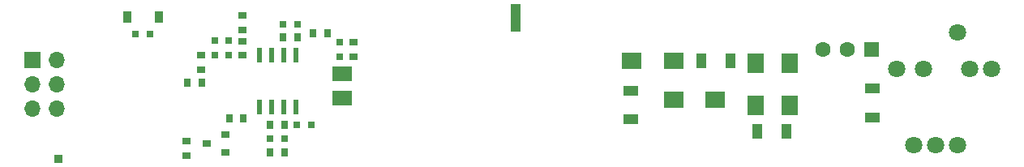
<source format=gts>
G04 #@! TF.GenerationSoftware,KiCad,Pcbnew,5.0.0*
G04 #@! TF.CreationDate,2018-08-13T09:31:51+09:00*
G04 #@! TF.ProjectId,moids_infinity,6D6F6964735F696E66696E6974792E6B,rev?*
G04 #@! TF.SameCoordinates,Original*
G04 #@! TF.FileFunction,Soldermask,Top*
G04 #@! TF.FilePolarity,Negative*
%FSLAX46Y46*%
G04 Gerber Fmt 4.6, Leading zero omitted, Abs format (unit mm)*
G04 Created by KiCad (PCBNEW 5.0.0) date Mon Aug 13 09:31:51 2018*
%MOMM*%
%LPD*%
G01*
G04 APERTURE LIST*
%ADD10R,0.750000X0.800000*%
%ADD11R,0.800000X0.750000*%
%ADD12R,0.900000X1.200000*%
%ADD13R,1.800860X2.100580*%
%ADD14R,2.100580X1.800860*%
%ADD15R,2.000000X1.500000*%
%ADD16R,0.900000X0.800000*%
%ADD17C,1.800000*%
%ADD18R,0.600000X1.550000*%
%ADD19R,0.850000X0.850000*%
%ADD20R,1.000000X3.000000*%
%ADD21R,1.600000X1.000000*%
%ADD22R,1.000000X1.600000*%
%ADD23R,1.700000X1.700000*%
%ADD24O,1.700000X1.700000*%
%ADD25C,1.600000*%
%ADD26R,1.520000X1.520000*%
%ADD27R,0.800000X0.900000*%
G04 APERTURE END LIST*
D10*
G04 #@! TO.C,C3*
X126050000Y-98870000D03*
X126050000Y-97370000D03*
G04 #@! TD*
G04 #@! TO.C,C4*
X114420000Y-98710000D03*
X114420000Y-97210000D03*
G04 #@! TD*
D11*
G04 #@! TO.C,C5*
X120140000Y-95450000D03*
X121640000Y-95450000D03*
G04 #@! TD*
D10*
G04 #@! TO.C,C6*
X113010000Y-97190000D03*
X113010000Y-98690000D03*
G04 #@! TD*
D11*
G04 #@! TO.C,C7*
X123070000Y-106020000D03*
X121570000Y-106020000D03*
G04 #@! TD*
G04 #@! TO.C,C9*
X118790000Y-107410000D03*
X120290000Y-107410000D03*
G04 #@! TD*
D12*
G04 #@! TO.C,D1*
X103840000Y-94700000D03*
X107140000Y-94700000D03*
G04 #@! TD*
D13*
G04 #@! TO.C,D3*
X172990000Y-103929640D03*
X172990000Y-99530360D03*
G04 #@! TD*
G04 #@! TO.C,D4*
X169430000Y-99590360D03*
X169430000Y-103989640D03*
G04 #@! TD*
D14*
G04 #@! TO.C,D5*
X165279640Y-103370000D03*
X160880360Y-103370000D03*
G04 #@! TD*
G04 #@! TO.C,D6*
X160917640Y-99332000D03*
X156518360Y-99332000D03*
G04 #@! TD*
D15*
G04 #@! TO.C,ECM1*
X126290000Y-103220000D03*
X126290000Y-100620000D03*
G04 #@! TD*
D16*
G04 #@! TO.C,Q5*
X114110000Y-108880000D03*
X114110000Y-106980000D03*
X112110000Y-107930000D03*
G04 #@! TD*
D17*
G04 #@! TO.C,T1*
X190550000Y-96340000D03*
X190550000Y-108140000D03*
X188250000Y-108140000D03*
X185950000Y-108140000D03*
X184200000Y-100140000D03*
X187000000Y-100140000D03*
X191800000Y-100140000D03*
X194100000Y-100140000D03*
G04 #@! TD*
D18*
G04 #@! TO.C,U1*
X121445000Y-98740000D03*
X120175000Y-98740000D03*
X118905000Y-98740000D03*
X117635000Y-98740000D03*
X117635000Y-104140000D03*
X118905000Y-104140000D03*
X120175000Y-104140000D03*
X121445000Y-104140000D03*
G04 #@! TD*
D11*
G04 #@! TO.C,C8*
X106240000Y-96530000D03*
X104740000Y-96530000D03*
G04 #@! TD*
D19*
G04 #@! TO.C,TP1*
X96640000Y-109550000D03*
G04 #@! TD*
D20*
G04 #@! TO.C,JT1*
X144370000Y-94850000D03*
G04 #@! TD*
D21*
G04 #@! TO.C,C14*
X181690000Y-105210000D03*
X181690000Y-102210000D03*
G04 #@! TD*
D22*
G04 #@! TO.C,C15*
X169670000Y-106680000D03*
X172670000Y-106680000D03*
G04 #@! TD*
G04 #@! TO.C,C16*
X163840000Y-99330000D03*
X166840000Y-99330000D03*
G04 #@! TD*
D21*
G04 #@! TO.C,C17*
X156432000Y-102404000D03*
X156432000Y-105404000D03*
G04 #@! TD*
D23*
G04 #@! TO.C,J1*
X93960000Y-99250000D03*
D24*
X96500000Y-99250000D03*
X93960000Y-101790000D03*
X96500000Y-101790000D03*
X93960000Y-104330000D03*
X96500000Y-104330000D03*
G04 #@! TD*
D25*
G04 #@! TO.C,Q6*
X179040000Y-98150000D03*
X176500000Y-98150000D03*
D26*
X181580000Y-98150000D03*
G04 #@! TD*
D16*
G04 #@! TO.C,R2*
X127450000Y-98870000D03*
X127450000Y-97370000D03*
G04 #@! TD*
G04 #@! TO.C,R4*
X115900000Y-96090000D03*
X115900000Y-94590000D03*
G04 #@! TD*
G04 #@! TO.C,R5*
X115910000Y-98740000D03*
X115910000Y-97240000D03*
G04 #@! TD*
D27*
G04 #@! TO.C,R7*
X123230000Y-96410000D03*
X124730000Y-96410000D03*
G04 #@! TD*
G04 #@! TO.C,R10*
X121650000Y-96870000D03*
X120150000Y-96870000D03*
G04 #@! TD*
D16*
G04 #@! TO.C,R11*
X111560000Y-100220000D03*
X111560000Y-98720000D03*
G04 #@! TD*
D27*
G04 #@! TO.C,R12*
X111620000Y-101620000D03*
X110120000Y-101620000D03*
G04 #@! TD*
G04 #@! TO.C,R13*
X114490000Y-105280000D03*
X115990000Y-105280000D03*
G04 #@! TD*
G04 #@! TO.C,R15*
X120280000Y-105990000D03*
X118780000Y-105990000D03*
G04 #@! TD*
G04 #@! TO.C,R16*
X118790000Y-108870000D03*
X120290000Y-108870000D03*
G04 #@! TD*
D16*
G04 #@! TO.C,R17*
X110062000Y-109166000D03*
X110062000Y-107666000D03*
G04 #@! TD*
M02*

</source>
